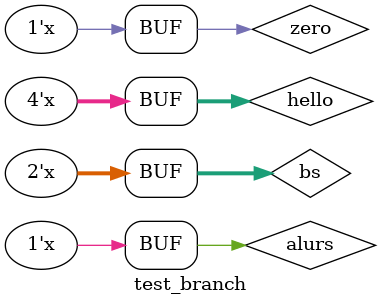
<source format=v>
module test_branch();
  reg[1:0] bs;
  reg zero,alurs;
  reg[3:0] hello;
  wire jrs;
  
  initial
   hello = 0;
     
  always #100
  begin
   {bs,zero,alurs} = hello;
   hello <= hello+1;
  end
  
  Branch myB(bs,zero,alurs,jrs);
  
  always #100
   $display("%x",jrs);
   
endmodule
</source>
